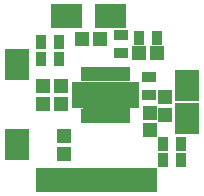
<source format=gbr>
G04 #@! TF.FileFunction,Soldermask,Top*
%FSLAX46Y46*%
G04 Gerber Fmt 4.6, Leading zero omitted, Abs format (unit mm)*
G04 Created by KiCad (PCBNEW 4.0.2-stable) date 02-04-2017 12:22:52*
%MOMM*%
G01*
G04 APERTURE LIST*
%ADD10C,0.100000*%
%ADD11R,2.000000X1.360000*%
%ADD12R,2.000000X1.350000*%
%ADD13R,1.150000X1.200000*%
%ADD14R,1.200000X1.150000*%
%ADD15R,1.300000X0.900000*%
%ADD16R,0.900000X1.300000*%
%ADD17R,1.200000X0.654000*%
%ADD18R,0.654000X1.200000*%
%ADD19R,3.200000X2.300000*%
%ADD20R,1.360000X2.000000*%
%ADD21R,1.350000X2.000000*%
%ADD22C,0.254000*%
G04 APERTURE END LIST*
D10*
D11*
X15235200Y-7315200D03*
D12*
X15235200Y-6045200D03*
D13*
X4775200Y-12408600D03*
X4775200Y-10908600D03*
D14*
X4509200Y-6680200D03*
X3009200Y-6680200D03*
D13*
X12039600Y-10427400D03*
X12039600Y-8927400D03*
D14*
X11137200Y-3886200D03*
X12637200Y-3886200D03*
X4509200Y-8204200D03*
X3009200Y-8204200D03*
X7862000Y-2743200D03*
X6362000Y-2743200D03*
D13*
X13309600Y-9106600D03*
X13309600Y-7606600D03*
D15*
X9601200Y-3874200D03*
X9601200Y-2374200D03*
X12014200Y-7430200D03*
X12014200Y-5930200D03*
D16*
X11137200Y-2616200D03*
X12637200Y-2616200D03*
D17*
X6081200Y-6692200D03*
D18*
X6581200Y-5692200D03*
X7081200Y-5692200D03*
X7581200Y-5692200D03*
X8081200Y-5692200D03*
X8581200Y-5692200D03*
X9081200Y-5692200D03*
X9581200Y-5692200D03*
X10081200Y-5692200D03*
D17*
X10581200Y-6692200D03*
X10581200Y-7192200D03*
X10581200Y-7692200D03*
X10581200Y-8192200D03*
X6081200Y-7192200D03*
X6081200Y-7692200D03*
X6081200Y-8192200D03*
D18*
X10081200Y-9192200D03*
X9581200Y-9192200D03*
X9081200Y-9192200D03*
X8581200Y-9192200D03*
X8081200Y-9192200D03*
X7581200Y-9192200D03*
X7081200Y-9192200D03*
X6581200Y-9192200D03*
D19*
X8331200Y-7442200D03*
D11*
X792200Y-10998200D03*
D12*
X792200Y-12268200D03*
D11*
X15235200Y-10109200D03*
D12*
X15235200Y-8839200D03*
D20*
X5638800Y-792200D03*
D21*
X4368800Y-792200D03*
D20*
X9347200Y-792200D03*
D21*
X8077200Y-792200D03*
X12014200Y-14600200D03*
X3124200Y-14600200D03*
X4394200Y-14600200D03*
X10744200Y-14600200D03*
X9474200Y-14600200D03*
X5664200Y-14600200D03*
X6934200Y-14600200D03*
X8204200Y-14600200D03*
D11*
X792200Y-4267200D03*
D12*
X792200Y-5537200D03*
D16*
X13194600Y-12979400D03*
X14694600Y-12979400D03*
X13194600Y-11607800D03*
X14694600Y-11607800D03*
X2882200Y-2971800D03*
X4382200Y-2971800D03*
X2882200Y-4368800D03*
X4382200Y-4368800D03*
D22*
G36*
X10287000Y-8483600D02*
X6375400Y-8483600D01*
X6375400Y-6400800D01*
X10287000Y-6400800D01*
X10287000Y-8483600D01*
X10287000Y-8483600D01*
G37*
X10287000Y-8483600D02*
X6375400Y-8483600D01*
X6375400Y-6400800D01*
X10287000Y-6400800D01*
X10287000Y-8483600D01*
M02*

</source>
